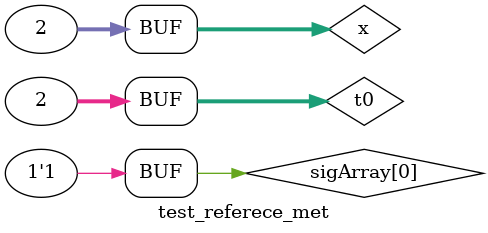
<source format=sv>

module test_referece_met // "tinst"
(
);

// Variables generated for SystemC signals
logic sig;
logic sigArray[2];
logic signed [31:0] t0;

//------------------------------------------------------------------------------
// Method process: test_method (test_reference_met.cpp:29:5) 

// Process-local variables
logic signed [31:0] x;

always_comb 
begin : test_method     // test_reference_met.cpp:29:5
    x = sig;
    x = 2;
    t0 = x;
    sigArray[0] = 1;
end

endmodule



</source>
